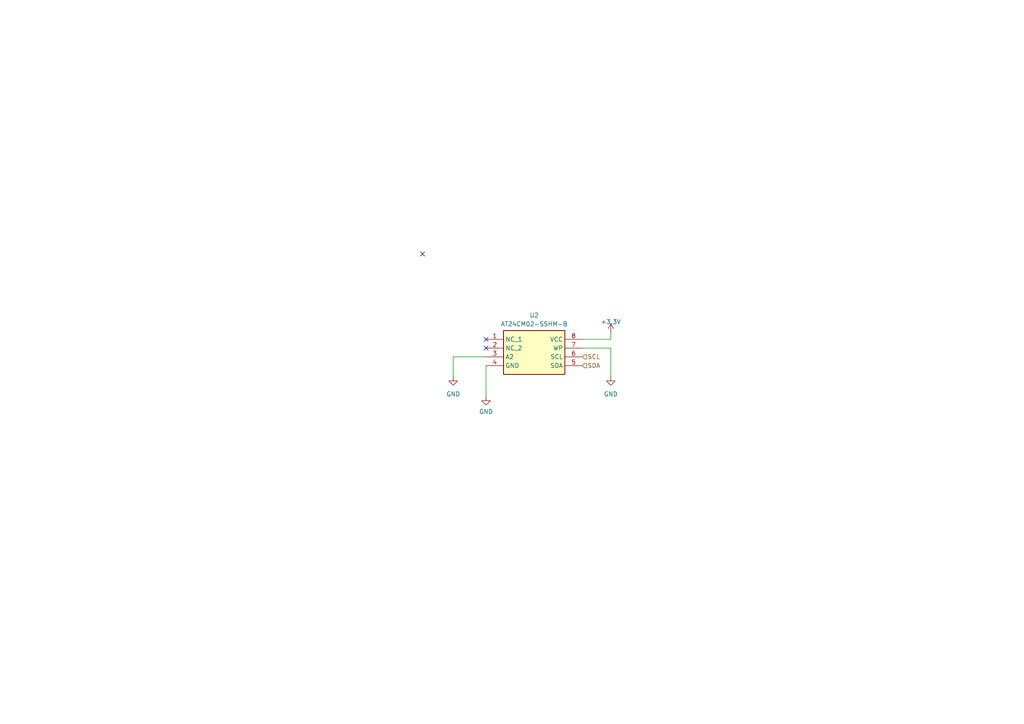
<source format=kicad_sch>
(kicad_sch (version 20230121) (generator eeschema)

  (uuid 522f5b4e-2cde-4bb0-b748-93be3a272b74)

  (paper "A4")

  (lib_symbols
    (symbol "AT24CM02-SSHM-B:AT24CM02-SSHM-B" (in_bom yes) (on_board yes)
      (property "Reference" "U" (at 24.13 7.62 0)
        (effects (font (size 1.27 1.27)) (justify left top))
      )
      (property "Value" "AT24CM02-SSHM-B" (at 24.13 5.08 0)
        (effects (font (size 1.27 1.27)) (justify left top))
      )
      (property "Footprint" "SOIC127P600X175-8N" (at 24.13 -94.92 0)
        (effects (font (size 1.27 1.27)) (justify left top) hide)
      )
      (property "Datasheet" "https://www.mouser.co.id/datasheet/2/268/Atmel-8828-SEEPROM-AT24CM02-Datasheet-1398087.pdf" (at 24.13 -194.92 0)
        (effects (font (size 1.27 1.27)) (justify left top) hide)
      )
      (property "Height" "1.75" (at 24.13 -394.92 0)
        (effects (font (size 1.27 1.27)) (justify left top) hide)
      )
      (property "Mouser Part Number" "579-AT24CM02-SSHM-B" (at 24.13 -494.92 0)
        (effects (font (size 1.27 1.27)) (justify left top) hide)
      )
      (property "Mouser Price/Stock" "https://www.mouser.co.uk/ProductDetail/Microchip-Technology-Atmel/AT24CM02-SSHM-B?qs=PUo64BuKcKhyyKfULTKDLw%3D%3D" (at 24.13 -594.92 0)
        (effects (font (size 1.27 1.27)) (justify left top) hide)
      )
      (property "Manufacturer_Name" "Microchip" (at 24.13 -694.92 0)
        (effects (font (size 1.27 1.27)) (justify left top) hide)
      )
      (property "Manufacturer_Part_Number" "AT24CM02-SSHM-B" (at 24.13 -794.92 0)
        (effects (font (size 1.27 1.27)) (justify left top) hide)
      )
      (property "ki_description" "Microchip Technology SEEPROM, 2M, I2C - 1.7-5.5V, 1MHz, Ind Tmp, 8-SOIC-N" (at 0 0 0)
        (effects (font (size 1.27 1.27)) hide)
      )
      (symbol "AT24CM02-SSHM-B_1_1"
        (rectangle (start 5.08 2.54) (end 22.86 -10.16)
          (stroke (width 0.254) (type default))
          (fill (type background))
        )
        (pin passive line (at 0 0 0) (length 5.08)
          (name "NC_1" (effects (font (size 1.27 1.27))))
          (number "1" (effects (font (size 1.27 1.27))))
        )
        (pin passive line (at 0 -2.54 0) (length 5.08)
          (name "NC_2" (effects (font (size 1.27 1.27))))
          (number "2" (effects (font (size 1.27 1.27))))
        )
        (pin passive line (at 0 -5.08 0) (length 5.08)
          (name "A2" (effects (font (size 1.27 1.27))))
          (number "3" (effects (font (size 1.27 1.27))))
        )
        (pin passive line (at 0 -7.62 0) (length 5.08)
          (name "GND" (effects (font (size 1.27 1.27))))
          (number "4" (effects (font (size 1.27 1.27))))
        )
        (pin passive line (at 27.94 -7.62 180) (length 5.08)
          (name "SDA" (effects (font (size 1.27 1.27))))
          (number "5" (effects (font (size 1.27 1.27))))
        )
        (pin passive line (at 27.94 -5.08 180) (length 5.08)
          (name "SCL" (effects (font (size 1.27 1.27))))
          (number "6" (effects (font (size 1.27 1.27))))
        )
        (pin passive line (at 27.94 -2.54 180) (length 5.08)
          (name "WP" (effects (font (size 1.27 1.27))))
          (number "7" (effects (font (size 1.27 1.27))))
        )
        (pin passive line (at 27.94 0 180) (length 5.08)
          (name "VCC" (effects (font (size 1.27 1.27))))
          (number "8" (effects (font (size 1.27 1.27))))
        )
      )
    )
    (symbol "power:+3.3V" (power) (pin_names (offset 0)) (in_bom yes) (on_board yes)
      (property "Reference" "#PWR" (at 0 -3.81 0)
        (effects (font (size 1.27 1.27)) hide)
      )
      (property "Value" "+3.3V" (at 0 3.556 0)
        (effects (font (size 1.27 1.27)))
      )
      (property "Footprint" "" (at 0 0 0)
        (effects (font (size 1.27 1.27)) hide)
      )
      (property "Datasheet" "" (at 0 0 0)
        (effects (font (size 1.27 1.27)) hide)
      )
      (property "ki_keywords" "global power" (at 0 0 0)
        (effects (font (size 1.27 1.27)) hide)
      )
      (property "ki_description" "Power symbol creates a global label with name \"+3.3V\"" (at 0 0 0)
        (effects (font (size 1.27 1.27)) hide)
      )
      (symbol "+3.3V_0_1"
        (polyline
          (pts
            (xy -0.762 1.27)
            (xy 0 2.54)
          )
          (stroke (width 0) (type default))
          (fill (type none))
        )
        (polyline
          (pts
            (xy 0 0)
            (xy 0 2.54)
          )
          (stroke (width 0) (type default))
          (fill (type none))
        )
        (polyline
          (pts
            (xy 0 2.54)
            (xy 0.762 1.27)
          )
          (stroke (width 0) (type default))
          (fill (type none))
        )
      )
      (symbol "+3.3V_1_1"
        (pin power_in line (at 0 0 90) (length 0) hide
          (name "+3.3V" (effects (font (size 1.27 1.27))))
          (number "1" (effects (font (size 1.27 1.27))))
        )
      )
    )
    (symbol "power:GND" (power) (pin_names (offset 0)) (in_bom yes) (on_board yes)
      (property "Reference" "#PWR" (at 0 -6.35 0)
        (effects (font (size 1.27 1.27)) hide)
      )
      (property "Value" "GND" (at 0 -3.81 0)
        (effects (font (size 1.27 1.27)))
      )
      (property "Footprint" "" (at 0 0 0)
        (effects (font (size 1.27 1.27)) hide)
      )
      (property "Datasheet" "" (at 0 0 0)
        (effects (font (size 1.27 1.27)) hide)
      )
      (property "ki_keywords" "global power" (at 0 0 0)
        (effects (font (size 1.27 1.27)) hide)
      )
      (property "ki_description" "Power symbol creates a global label with name \"GND\" , ground" (at 0 0 0)
        (effects (font (size 1.27 1.27)) hide)
      )
      (symbol "GND_0_1"
        (polyline
          (pts
            (xy 0 0)
            (xy 0 -1.27)
            (xy 1.27 -1.27)
            (xy 0 -2.54)
            (xy -1.27 -1.27)
            (xy 0 -1.27)
          )
          (stroke (width 0) (type default))
          (fill (type none))
        )
      )
      (symbol "GND_1_1"
        (pin power_in line (at 0 0 270) (length 0) hide
          (name "GND" (effects (font (size 1.27 1.27))))
          (number "1" (effects (font (size 1.27 1.27))))
        )
      )
    )
  )


  (no_connect (at 140.97 100.965) (uuid 0478019e-e62c-4f9c-91ab-b83dc38ad616))
  (no_connect (at 122.555 73.66) (uuid 7b6b948d-2eb5-4f4b-a0ef-f86880c6e8b7))
  (no_connect (at 140.97 98.425) (uuid e82885b8-806b-4cb6-9767-ec2aebc40168))

  (wire (pts (xy 168.91 100.965) (xy 177.165 100.965))
    (stroke (width 0) (type default))
    (uuid 12af13bd-c3ec-49c0-a14a-828d4ca39170)
  )
  (wire (pts (xy 177.165 100.965) (xy 177.165 109.22))
    (stroke (width 0) (type default))
    (uuid 23a60789-f495-4303-8ece-b20d256086ab)
  )
  (wire (pts (xy 140.97 103.505) (xy 131.445 103.505))
    (stroke (width 0) (type default))
    (uuid 315307ee-e902-4009-8163-7eb75e94bd68)
  )
  (wire (pts (xy 177.165 98.425) (xy 168.91 98.425))
    (stroke (width 0) (type default))
    (uuid 3b6eaecf-4d12-40ef-ab98-7694749312f5)
  )
  (wire (pts (xy 177.165 96.52) (xy 177.165 98.425))
    (stroke (width 0) (type default))
    (uuid 54bce6fd-730c-450b-b7b9-6c413a808efb)
  )
  (wire (pts (xy 140.97 106.045) (xy 140.97 114.935))
    (stroke (width 0) (type default))
    (uuid 8c369077-194a-467a-94a3-41e86bb73417)
  )
  (wire (pts (xy 131.445 103.505) (xy 131.445 109.22))
    (stroke (width 0) (type default))
    (uuid b6c01150-92e8-46e0-b81c-78c5f9090c0d)
  )

  (hierarchical_label "SCL" (shape input) (at 168.91 103.505 0) (fields_autoplaced)
    (effects (font (size 1.27 1.27)) (justify left))
    (uuid e279a699-6f23-4bda-b14d-ded2f9f37ea0)
  )
  (hierarchical_label "SDA" (shape input) (at 168.91 106.045 0) (fields_autoplaced)
    (effects (font (size 1.27 1.27)) (justify left))
    (uuid fd5cf047-805c-4fc0-a863-f68fcbcbc962)
  )

  (symbol (lib_id "power:GND") (at 177.165 109.22 0) (unit 1)
    (in_bom yes) (on_board yes) (dnp no) (fields_autoplaced)
    (uuid 00bd6696-a909-4c5a-81b1-d267e1ef3977)
    (property "Reference" "#PWR0133" (at 177.165 115.57 0)
      (effects (font (size 1.27 1.27)) hide)
    )
    (property "Value" "GND" (at 177.165 114.3 0)
      (effects (font (size 1.27 1.27)))
    )
    (property "Footprint" "" (at 177.165 109.22 0)
      (effects (font (size 1.27 1.27)) hide)
    )
    (property "Datasheet" "" (at 177.165 109.22 0)
      (effects (font (size 1.27 1.27)) hide)
    )
    (pin "1" (uuid 9d05e067-0a31-47bd-aa28-2519bc131719))
    (instances
      (project "PLC-CIM"
        (path "/98f81d77-8880-491b-a7cf-4c27e2d73edf/985b7244-e390-434e-a369-2e512dc79bd3"
          (reference "#PWR0133") (unit 1)
        )
      )
    )
  )

  (symbol (lib_id "power:+3.3V") (at 177.165 96.52 0) (unit 1)
    (in_bom yes) (on_board yes) (dnp no) (fields_autoplaced)
    (uuid 0e235a6c-7e2c-4ce5-a4b0-86519be2a665)
    (property "Reference" "#PWR0134" (at 177.165 100.33 0)
      (effects (font (size 1.27 1.27)) hide)
    )
    (property "Value" "+3.3V" (at 177.165 93.345 0)
      (effects (font (size 1.27 1.27)))
    )
    (property "Footprint" "" (at 177.165 96.52 0)
      (effects (font (size 1.27 1.27)) hide)
    )
    (property "Datasheet" "" (at 177.165 96.52 0)
      (effects (font (size 1.27 1.27)) hide)
    )
    (pin "1" (uuid 57acd1f6-7262-411c-9a79-96f0da987e86))
    (instances
      (project "PLC-CIM"
        (path "/98f81d77-8880-491b-a7cf-4c27e2d73edf/985b7244-e390-434e-a369-2e512dc79bd3"
          (reference "#PWR0134") (unit 1)
        )
      )
    )
  )

  (symbol (lib_id "AT24CM02-SSHM-B:AT24CM02-SSHM-B") (at 140.97 98.425 0) (unit 1)
    (in_bom yes) (on_board yes) (dnp no) (fields_autoplaced)
    (uuid 9bb50240-e1aa-47ff-afde-982752b7f361)
    (property "Reference" "U2" (at 154.94 91.44 0)
      (effects (font (size 1.27 1.27)))
    )
    (property "Value" "AT24CM02-SSHM-B" (at 154.94 93.98 0)
      (effects (font (size 1.27 1.27)))
    )
    (property "Footprint" "AT24CM02-SSHM-B:SOIC127P600X175-8N" (at 165.1 193.345 0)
      (effects (font (size 1.27 1.27)) (justify left top) hide)
    )
    (property "Datasheet" "https://www.mouser.co.id/datasheet/2/268/Atmel-8828-SEEPROM-AT24CM02-Datasheet-1398087.pdf" (at 165.1 293.345 0)
      (effects (font (size 1.27 1.27)) (justify left top) hide)
    )
    (property "Height" "1.75" (at 165.1 493.345 0)
      (effects (font (size 1.27 1.27)) (justify left top) hide)
    )
    (property "Mouser Part Number" "579-AT24CM02-SSHM-B" (at 165.1 593.345 0)
      (effects (font (size 1.27 1.27)) (justify left top) hide)
    )
    (property "Mouser Price/Stock" "https://www.mouser.co.uk/ProductDetail/Microchip-Technology-Atmel/AT24CM02-SSHM-B?qs=PUo64BuKcKhyyKfULTKDLw%3D%3D" (at 165.1 693.345 0)
      (effects (font (size 1.27 1.27)) (justify left top) hide)
    )
    (property "Manufacturer_Name" "Microchip" (at 165.1 793.345 0)
      (effects (font (size 1.27 1.27)) (justify left top) hide)
    )
    (property "Manufacturer_Part_Number" "AT24CM02-SSHM-B" (at 165.1 893.345 0)
      (effects (font (size 1.27 1.27)) (justify left top) hide)
    )
    (pin "1" (uuid b0d0dabf-9929-411d-92bc-38b002c1bdb8))
    (pin "2" (uuid f4633463-c8a7-450c-af4b-16f45c14d9ec))
    (pin "3" (uuid 9becf799-7979-4b69-8c1f-68f166c5326d))
    (pin "4" (uuid 5244239a-2aa0-4bd1-b4e0-fa30ce2d0e8c))
    (pin "5" (uuid a586b2b9-e1c0-4f3c-a6ea-24c3a11b3704))
    (pin "6" (uuid a94222f0-e042-4e68-8565-148b61413d3c))
    (pin "7" (uuid 4e45b70b-5663-490a-9ddb-327809553cba))
    (pin "8" (uuid e993e8c1-4ff0-4f04-a29e-2a479504d7a6))
    (instances
      (project "PLC-CIM"
        (path "/98f81d77-8880-491b-a7cf-4c27e2d73edf/985b7244-e390-434e-a369-2e512dc79bd3"
          (reference "U2") (unit 1)
        )
      )
    )
  )

  (symbol (lib_id "power:GND") (at 140.97 114.935 0) (unit 1)
    (in_bom yes) (on_board yes) (dnp no) (fields_autoplaced)
    (uuid b6000abf-2869-442b-ada7-e8afbfe65175)
    (property "Reference" "#PWR0135" (at 140.97 121.285 0)
      (effects (font (size 1.27 1.27)) hide)
    )
    (property "Value" "GND" (at 140.97 119.38 0)
      (effects (font (size 1.27 1.27)))
    )
    (property "Footprint" "" (at 140.97 114.935 0)
      (effects (font (size 1.27 1.27)) hide)
    )
    (property "Datasheet" "" (at 140.97 114.935 0)
      (effects (font (size 1.27 1.27)) hide)
    )
    (pin "1" (uuid 291583c7-9dc5-46cd-ba86-cfa064bad3a7))
    (instances
      (project "PLC-CIM"
        (path "/98f81d77-8880-491b-a7cf-4c27e2d73edf/985b7244-e390-434e-a369-2e512dc79bd3"
          (reference "#PWR0135") (unit 1)
        )
      )
    )
  )

  (symbol (lib_id "power:GND") (at 131.445 109.22 0) (unit 1)
    (in_bom yes) (on_board yes) (dnp no) (fields_autoplaced)
    (uuid c670e037-bef1-4107-8b42-401a1db67da4)
    (property "Reference" "#PWR0132" (at 131.445 115.57 0)
      (effects (font (size 1.27 1.27)) hide)
    )
    (property "Value" "GND" (at 131.445 114.3 0)
      (effects (font (size 1.27 1.27)))
    )
    (property "Footprint" "" (at 131.445 109.22 0)
      (effects (font (size 1.27 1.27)) hide)
    )
    (property "Datasheet" "" (at 131.445 109.22 0)
      (effects (font (size 1.27 1.27)) hide)
    )
    (pin "1" (uuid 5c37a7d3-70cf-4790-8dc1-765047c65a03))
    (instances
      (project "PLC-CIM"
        (path "/98f81d77-8880-491b-a7cf-4c27e2d73edf/985b7244-e390-434e-a369-2e512dc79bd3"
          (reference "#PWR0132") (unit 1)
        )
      )
    )
  )
)

</source>
